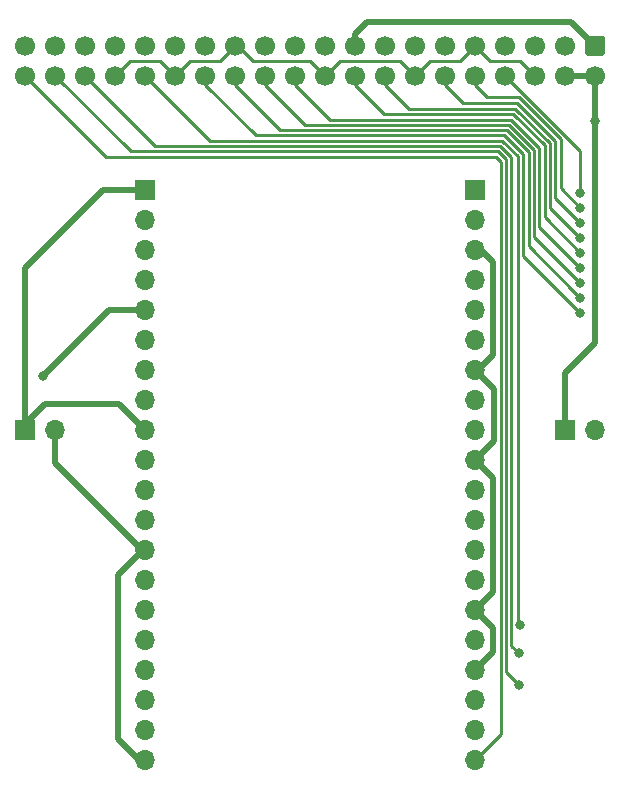
<source format=gbr>
%TF.GenerationSoftware,KiCad,Pcbnew,(5.1.9)-1*%
%TF.CreationDate,2022-01-20T21:52:33+09:00*%
%TF.ProjectId,pi-extend,70692d65-7874-4656-9e64-2e6b69636164,rev?*%
%TF.SameCoordinates,Original*%
%TF.FileFunction,Copper,L2,Bot*%
%TF.FilePolarity,Positive*%
%FSLAX46Y46*%
G04 Gerber Fmt 4.6, Leading zero omitted, Abs format (unit mm)*
G04 Created by KiCad (PCBNEW (5.1.9)-1) date 2022-01-20 21:52:33*
%MOMM*%
%LPD*%
G01*
G04 APERTURE LIST*
%TA.AperFunction,ComponentPad*%
%ADD10C,1.700000*%
%TD*%
%TA.AperFunction,ComponentPad*%
%ADD11R,1.700000X1.700000*%
%TD*%
%TA.AperFunction,ComponentPad*%
%ADD12O,1.700000X1.700000*%
%TD*%
%TA.AperFunction,ViaPad*%
%ADD13C,0.800000*%
%TD*%
%TA.AperFunction,Conductor*%
%ADD14C,0.250000*%
%TD*%
%TA.AperFunction,Conductor*%
%ADD15C,0.500000*%
%TD*%
G04 APERTURE END LIST*
D10*
%TO.P,J1,40*%
%TO.N,Net-(J1-Pad40)*%
X138684000Y-69088000D03*
%TO.P,J1,38*%
%TO.N,Net-(J1-Pad38)*%
X141224000Y-69088000D03*
%TO.P,J1,36*%
%TO.N,Net-(J1-Pad36)*%
X143764000Y-69088000D03*
%TO.P,J1,34*%
%TO.N,GND*%
X146304000Y-69088000D03*
%TO.P,J1,32*%
%TO.N,Net-(J1-Pad32)*%
X148844000Y-69088000D03*
%TO.P,J1,30*%
%TO.N,GND*%
X151384000Y-69088000D03*
%TO.P,J1,28*%
%TO.N,Net-(J1-Pad28)*%
X153924000Y-69088000D03*
%TO.P,J1,26*%
%TO.N,Net-(J1-Pad26)*%
X156464000Y-69088000D03*
%TO.P,J1,24*%
%TO.N,Net-(J1-Pad24)*%
X159004000Y-69088000D03*
%TO.P,J1,22*%
%TO.N,Net-(J1-Pad22)*%
X161544000Y-69088000D03*
%TO.P,J1,20*%
%TO.N,GND*%
X164084000Y-69088000D03*
%TO.P,J1,18*%
%TO.N,Net-(J1-Pad18)*%
X166624000Y-69088000D03*
%TO.P,J1,16*%
%TO.N,Net-(J1-Pad16)*%
X169164000Y-69088000D03*
%TO.P,J1,14*%
%TO.N,GND*%
X171704000Y-69088000D03*
%TO.P,J1,12*%
%TO.N,Net-(J1-Pad12)*%
X174244000Y-69088000D03*
%TO.P,J1,10*%
%TO.N,Net-(J1-Pad10)*%
X176784000Y-69088000D03*
%TO.P,J1,8*%
%TO.N,Net-(J1-Pad8)*%
X179324000Y-69088000D03*
%TO.P,J1,6*%
%TO.N,GND*%
X181864000Y-69088000D03*
%TO.P,J1,4*%
%TO.N,+5V*%
X184404000Y-69088000D03*
%TO.P,J1,2*%
X186944000Y-69088000D03*
%TO.P,J1,39*%
%TO.N,GND*%
X138684000Y-66548000D03*
%TO.P,J1,37*%
%TO.N,Net-(J1-Pad37)*%
X141224000Y-66548000D03*
%TO.P,J1,35*%
%TO.N,Net-(J1-Pad35)*%
X143764000Y-66548000D03*
%TO.P,J1,33*%
%TO.N,Net-(J1-Pad33)*%
X146304000Y-66548000D03*
%TO.P,J1,31*%
%TO.N,Net-(J1-Pad31)*%
X148844000Y-66548000D03*
%TO.P,J1,29*%
%TO.N,Net-(J1-Pad29)*%
X151384000Y-66548000D03*
%TO.P,J1,27*%
%TO.N,Net-(J1-Pad27)*%
X153924000Y-66548000D03*
%TO.P,J1,25*%
%TO.N,GND*%
X156464000Y-66548000D03*
%TO.P,J1,23*%
%TO.N,Net-(J1-Pad23)*%
X159004000Y-66548000D03*
%TO.P,J1,21*%
%TO.N,Net-(J1-Pad21)*%
X161544000Y-66548000D03*
%TO.P,J1,19*%
%TO.N,Net-(J1-Pad19)*%
X164084000Y-66548000D03*
%TO.P,J1,17*%
%TO.N,+3V3*%
X166624000Y-66548000D03*
%TO.P,J1,15*%
%TO.N,Net-(J1-Pad15)*%
X169164000Y-66548000D03*
%TO.P,J1,13*%
%TO.N,Net-(J1-Pad13)*%
X171704000Y-66548000D03*
%TO.P,J1,11*%
%TO.N,Net-(J1-Pad11)*%
X174244000Y-66548000D03*
%TO.P,J1,9*%
%TO.N,GND*%
X176784000Y-66548000D03*
%TO.P,J1,7*%
%TO.N,Net-(J1-Pad7)*%
X179324000Y-66548000D03*
%TO.P,J1,5*%
%TO.N,Net-(J1-Pad5)*%
X181864000Y-66548000D03*
%TO.P,J1,3*%
%TO.N,Net-(J1-Pad3)*%
X184404000Y-66548000D03*
%TO.P,J1,1*%
%TO.N,+3V3*%
%TA.AperFunction,ComponentPad*%
G36*
G01*
X186344000Y-65698000D02*
X187544000Y-65698000D01*
G75*
G02*
X187794000Y-65948000I0J-250000D01*
G01*
X187794000Y-67148000D01*
G75*
G02*
X187544000Y-67398000I-250000J0D01*
G01*
X186344000Y-67398000D01*
G75*
G02*
X186094000Y-67148000I0J250000D01*
G01*
X186094000Y-65948000D01*
G75*
G02*
X186344000Y-65698000I250000J0D01*
G01*
G37*
%TD.AperFunction*%
%TD*%
D11*
%TO.P,J2,1*%
%TO.N,+3V3*%
X148818600Y-78765400D03*
D12*
%TO.P,J2,2*%
%TO.N,Net-(J1-Pad3)*%
X148818600Y-81305400D03*
%TO.P,J2,3*%
%TO.N,Net-(J1-Pad5)*%
X148818600Y-83845400D03*
%TO.P,J2,4*%
%TO.N,Net-(J1-Pad7)*%
X148818600Y-86385400D03*
%TO.P,J2,5*%
%TO.N,GND*%
X148818600Y-88925400D03*
%TO.P,J2,6*%
%TO.N,Net-(J1-Pad11)*%
X148818600Y-91465400D03*
%TO.P,J2,7*%
%TO.N,Net-(J1-Pad13)*%
X148818600Y-94005400D03*
%TO.P,J2,8*%
%TO.N,Net-(J1-Pad15)*%
X148818600Y-96545400D03*
%TO.P,J2,9*%
%TO.N,+3V3*%
X148818600Y-99085400D03*
%TO.P,J2,10*%
%TO.N,Net-(J1-Pad19)*%
X148818600Y-101625400D03*
%TO.P,J2,11*%
%TO.N,Net-(J1-Pad21)*%
X148818600Y-104165400D03*
%TO.P,J2,12*%
%TO.N,Net-(J1-Pad23)*%
X148818600Y-106705400D03*
%TO.P,J2,13*%
%TO.N,GND*%
X148818600Y-109245400D03*
%TO.P,J2,14*%
%TO.N,Net-(J1-Pad27)*%
X148818600Y-111785400D03*
%TO.P,J2,15*%
%TO.N,Net-(J1-Pad29)*%
X148818600Y-114325400D03*
%TO.P,J2,16*%
%TO.N,Net-(J1-Pad31)*%
X148818600Y-116865400D03*
%TO.P,J2,17*%
%TO.N,Net-(J1-Pad33)*%
X148818600Y-119405400D03*
%TO.P,J2,18*%
%TO.N,Net-(J1-Pad35)*%
X148818600Y-121945400D03*
%TO.P,J2,19*%
%TO.N,Net-(J1-Pad37)*%
X148818600Y-124485400D03*
%TO.P,J2,20*%
%TO.N,GND*%
X148818600Y-127025400D03*
%TD*%
%TO.P,J3,20*%
%TO.N,Net-(J1-Pad40)*%
X176758600Y-127025400D03*
%TO.P,J3,19*%
%TO.N,Net-(J1-Pad38)*%
X176758600Y-124485400D03*
%TO.P,J3,18*%
%TO.N,Net-(J1-Pad36)*%
X176758600Y-121945400D03*
%TO.P,J3,17*%
%TO.N,GND*%
X176758600Y-119405400D03*
%TO.P,J3,16*%
%TO.N,Net-(J1-Pad32)*%
X176758600Y-116865400D03*
%TO.P,J3,15*%
%TO.N,GND*%
X176758600Y-114325400D03*
%TO.P,J3,14*%
%TO.N,Net-(J1-Pad28)*%
X176758600Y-111785400D03*
%TO.P,J3,13*%
%TO.N,Net-(J1-Pad26)*%
X176758600Y-109245400D03*
%TO.P,J3,12*%
%TO.N,Net-(J1-Pad24)*%
X176758600Y-106705400D03*
%TO.P,J3,11*%
%TO.N,Net-(J1-Pad22)*%
X176758600Y-104165400D03*
%TO.P,J3,10*%
%TO.N,GND*%
X176758600Y-101625400D03*
%TO.P,J3,9*%
%TO.N,Net-(J1-Pad18)*%
X176758600Y-99085400D03*
%TO.P,J3,8*%
%TO.N,Net-(J1-Pad16)*%
X176758600Y-96545400D03*
%TO.P,J3,7*%
%TO.N,GND*%
X176758600Y-94005400D03*
%TO.P,J3,6*%
%TO.N,Net-(J1-Pad12)*%
X176758600Y-91465400D03*
%TO.P,J3,5*%
%TO.N,Net-(J1-Pad10)*%
X176758600Y-88925400D03*
%TO.P,J3,4*%
%TO.N,Net-(J1-Pad8)*%
X176758600Y-86385400D03*
%TO.P,J3,3*%
%TO.N,GND*%
X176758600Y-83845400D03*
%TO.P,J3,2*%
%TO.N,+5V*%
X176758600Y-81305400D03*
D11*
%TO.P,J3,1*%
X176758600Y-78765400D03*
%TD*%
%TO.P,J4,1*%
%TO.N,+3V3*%
X138684000Y-99060000D03*
D12*
%TO.P,J4,2*%
%TO.N,GND*%
X141224000Y-99060000D03*
%TD*%
D11*
%TO.P,J5,1*%
%TO.N,+5V*%
X184404000Y-99060000D03*
D12*
%TO.P,J5,2*%
%TO.N,GND*%
X186944000Y-99060000D03*
%TD*%
D13*
%TO.N,Net-(J1-Pad8)*%
X185674000Y-78994000D03*
%TO.N,Net-(J1-Pad10)*%
X185674000Y-80264000D03*
%TO.N,Net-(J1-Pad12)*%
X185645498Y-81534000D03*
%TO.N,Net-(J1-Pad16)*%
X185674000Y-82804000D03*
%TO.N,Net-(J1-Pad18)*%
X185674000Y-84074000D03*
%TO.N,Net-(J1-Pad22)*%
X185673986Y-85344000D03*
%TO.N,Net-(J1-Pad24)*%
X185674000Y-86614000D03*
%TO.N,Net-(J1-Pad26)*%
X185674000Y-87884010D03*
%TO.N,Net-(J1-Pad28)*%
X185674010Y-89154000D03*
%TO.N,Net-(J1-Pad32)*%
X180593682Y-115570000D03*
%TO.N,Net-(J1-Pad36)*%
X180467002Y-117983000D03*
%TO.N,Net-(J1-Pad38)*%
X180467000Y-120650006D03*
%TO.N,+5V*%
X186944000Y-72898000D03*
%TO.N,GND*%
X140207997Y-94487997D03*
%TD*%
D14*
%TO.N,Net-(J1-Pad8)*%
X179324000Y-69088000D02*
X179324000Y-69596000D01*
X185674000Y-75438000D02*
X185674000Y-78994000D01*
X179324000Y-69088000D02*
X185674000Y-75438000D01*
%TO.N,Net-(J1-Pad10)*%
X176784000Y-69088000D02*
X177292000Y-69088000D01*
X176784000Y-69088000D02*
X176784000Y-69469000D01*
X184023000Y-78613000D02*
X185674000Y-80264000D01*
X184023000Y-74423410D02*
X184023000Y-78613000D01*
X180465590Y-70866000D02*
X184023000Y-74423410D01*
X177800000Y-70866000D02*
X180465590Y-70866000D01*
X176784000Y-69850000D02*
X177800000Y-70866000D01*
X176784000Y-69088000D02*
X176784000Y-69850000D01*
%TO.N,Net-(J1-Pad12)*%
X174244000Y-69088000D02*
X174244000Y-69469000D01*
X183572989Y-74609809D02*
X183572989Y-79461491D01*
X183572989Y-79461491D02*
X185645498Y-81534000D01*
X180337180Y-71374000D02*
X183572989Y-74609809D01*
X175768000Y-71374000D02*
X180337180Y-71374000D01*
X174244000Y-69850000D02*
X175768000Y-71374000D01*
X174244000Y-69088000D02*
X174244000Y-69850000D01*
%TO.N,Net-(J1-Pad16)*%
X169164000Y-69088000D02*
X169164000Y-69469000D01*
X183122978Y-80252978D02*
X185674000Y-82804000D01*
X183122978Y-74796209D02*
X183122978Y-80252978D01*
X180208769Y-71882000D02*
X183122978Y-74796209D01*
X171196000Y-71882000D02*
X180208769Y-71882000D01*
X169164000Y-69850000D02*
X171196000Y-71882000D01*
X169164000Y-69088000D02*
X169164000Y-69850000D01*
%TO.N,Net-(J1-Pad18)*%
X166624000Y-69088000D02*
X166624000Y-69469000D01*
X182672967Y-81072967D02*
X185674000Y-84074000D01*
X180022370Y-72332011D02*
X182672967Y-74982608D01*
X182672967Y-74982608D02*
X182672967Y-81072967D01*
X169106011Y-72332011D02*
X180022370Y-72332011D01*
X166624000Y-69850000D02*
X169106011Y-72332011D01*
X166624000Y-69088000D02*
X166624000Y-69850000D01*
%TO.N,Net-(J1-Pad22)*%
X182222956Y-81892970D02*
X185673986Y-85344000D01*
X182222956Y-75169007D02*
X182222956Y-81892970D01*
X179835971Y-72782022D02*
X182222956Y-75169007D01*
X164476022Y-72782022D02*
X179835971Y-72782022D01*
X161544000Y-69850000D02*
X164476022Y-72782022D01*
X161544000Y-69088000D02*
X161544000Y-69850000D01*
%TO.N,Net-(J1-Pad24)*%
X181772945Y-82712945D02*
X185674000Y-86614000D01*
X181772945Y-75355407D02*
X181772945Y-82712945D01*
X179649571Y-73232033D02*
X181772945Y-75355407D01*
X162386033Y-73232033D02*
X179649571Y-73232033D01*
X159004000Y-69850000D02*
X162386033Y-73232033D01*
X159004000Y-69088000D02*
X159004000Y-69850000D01*
%TO.N,Net-(J1-Pad26)*%
X181322934Y-83532944D02*
X185274001Y-87484011D01*
X181322934Y-75541807D02*
X181322934Y-83532944D01*
X179463171Y-73682044D02*
X181322934Y-75541807D01*
X185274001Y-87484011D02*
X185674000Y-87884010D01*
X160296044Y-73682044D02*
X179463171Y-73682044D01*
X156464000Y-69850000D02*
X160296044Y-73682044D01*
X156464000Y-69088000D02*
X156464000Y-69850000D01*
%TO.N,Net-(J1-Pad28)*%
X185274011Y-88754001D02*
X185674010Y-89154000D01*
X180872923Y-84352913D02*
X185274011Y-88754001D01*
X180872923Y-75728207D02*
X180872923Y-84352913D01*
X179276771Y-74132055D02*
X180872923Y-75728207D01*
X158206055Y-74132055D02*
X179276771Y-74132055D01*
X153924000Y-69850000D02*
X158206055Y-74132055D01*
X153924000Y-69088000D02*
X153924000Y-69850000D01*
%TO.N,Net-(J1-Pad32)*%
X148844000Y-69088000D02*
X148844000Y-69278500D01*
X148844000Y-69088000D02*
X154338066Y-74582066D01*
X154338066Y-74582066D02*
X179090371Y-74582066D01*
X180403341Y-75895036D02*
X180403341Y-115379659D01*
X180403341Y-115379659D02*
X180593682Y-115570000D01*
X179090371Y-74582066D02*
X180403341Y-75895036D01*
%TO.N,Net-(J1-Pad36)*%
X179846007Y-117362005D02*
X180467002Y-117983000D01*
X179846007Y-75974113D02*
X179846007Y-117362005D01*
X149708077Y-75032077D02*
X178903971Y-75032077D01*
X143764000Y-69088000D02*
X149708077Y-75032077D01*
X178903971Y-75032077D02*
X179846007Y-75974113D01*
%TO.N,Net-(J1-Pad38)*%
X141224000Y-69088000D02*
X147618088Y-75482088D01*
X179395996Y-119579002D02*
X180067001Y-120250007D01*
X180067001Y-120250007D02*
X180467000Y-120650006D01*
X179395996Y-76160518D02*
X179395996Y-119579002D01*
X178717566Y-75482088D02*
X179395996Y-76160518D01*
X147618088Y-75482088D02*
X178717566Y-75482088D01*
%TO.N,Net-(J1-Pad40)*%
X177608599Y-126175401D02*
X176758600Y-127025400D01*
X178945985Y-124838015D02*
X177608599Y-126175401D01*
X178945985Y-76346918D02*
X178945985Y-124838015D01*
X138684000Y-69088000D02*
X145528099Y-75932099D01*
X178531167Y-75932099D02*
X178945985Y-76346918D01*
X145528099Y-75932099D02*
X178531167Y-75932099D01*
D15*
%TO.N,+3V3*%
X138684000Y-85344000D02*
X138684000Y-99060000D01*
X145262600Y-78765400D02*
X138684000Y-85344000D01*
X148818600Y-78765400D02*
X145262600Y-78765400D01*
X184912000Y-64516000D02*
X186944000Y-66548000D01*
X167640000Y-64516000D02*
X184912000Y-64516000D01*
X166624000Y-65532000D02*
X167640000Y-64516000D01*
X166624000Y-66548000D02*
X166624000Y-65532000D01*
X146634200Y-96901000D02*
X148818600Y-99085400D01*
X140335000Y-96901000D02*
X146634200Y-96901000D01*
X138684000Y-98552000D02*
X140335000Y-96901000D01*
X138684000Y-99060000D02*
X138684000Y-98552000D01*
%TO.N,+5V*%
X184404000Y-69088000D02*
X186944000Y-69088000D01*
X186944000Y-68580000D02*
X186944000Y-72898000D01*
X186944000Y-91694000D02*
X186944000Y-72898000D01*
X184404000Y-94234000D02*
X186944000Y-91694000D01*
X184404000Y-99060000D02*
X184404000Y-94234000D01*
D14*
%TO.N,GND*%
X162814000Y-67818000D02*
X164084000Y-69088000D01*
X158007499Y-67818000D02*
X162814000Y-67818000D01*
X156737499Y-66548000D02*
X158007499Y-67818000D01*
X156464000Y-66548000D02*
X156737499Y-66548000D01*
X155194000Y-67818000D02*
X156464000Y-66548000D01*
X152654000Y-67818000D02*
X155194000Y-67818000D01*
X151384000Y-69088000D02*
X152654000Y-67818000D01*
X150114000Y-67818000D02*
X151384000Y-69088000D01*
X147574000Y-67818000D02*
X150114000Y-67818000D01*
X146304000Y-69088000D02*
X147574000Y-67818000D01*
X170434000Y-67818000D02*
X171704000Y-69088000D01*
X165354000Y-67818000D02*
X170434000Y-67818000D01*
X164084000Y-69088000D02*
X165354000Y-67818000D01*
X180594000Y-67818000D02*
X181864000Y-69088000D01*
X178054000Y-67818000D02*
X180594000Y-67818000D01*
X176784000Y-66548000D02*
X178054000Y-67818000D01*
X175514000Y-67818000D02*
X176784000Y-66548000D01*
X172974000Y-67818000D02*
X175514000Y-67818000D01*
X171704000Y-69088000D02*
X172974000Y-67818000D01*
D15*
X148361400Y-127025400D02*
X148818600Y-127025400D01*
X146558000Y-125222000D02*
X148361400Y-127025400D01*
X146558000Y-111379000D02*
X146558000Y-125222000D01*
X148691600Y-109245400D02*
X146558000Y-111379000D01*
X148818600Y-109245400D02*
X148691600Y-109245400D01*
X177012600Y-94005400D02*
X176758600Y-94005400D01*
X178308000Y-92710000D02*
X177012600Y-94005400D01*
X178308000Y-84836000D02*
X178308000Y-92710000D01*
X177317400Y-83845400D02*
X178308000Y-84836000D01*
X176758600Y-83845400D02*
X177317400Y-83845400D01*
X148615400Y-109245400D02*
X148818600Y-109245400D01*
X141224000Y-101854000D02*
X148615400Y-109245400D01*
X141224000Y-99060000D02*
X141224000Y-101854000D01*
X140208003Y-94487997D02*
X140207997Y-94487997D01*
X145770600Y-88925400D02*
X140208003Y-94487997D01*
X148818600Y-88925400D02*
X145770600Y-88925400D01*
X176758600Y-114325400D02*
X178266965Y-115833765D01*
X178266965Y-117897035D02*
X176758600Y-119405400D01*
X178266965Y-115833765D02*
X178266965Y-117897035D01*
X178370974Y-100013026D02*
X176758600Y-101625400D01*
X176758600Y-94005400D02*
X178370974Y-95617774D01*
X178370974Y-95617774D02*
X178370974Y-100013026D01*
X178308000Y-112776000D02*
X176758600Y-114325400D01*
X178308000Y-103174800D02*
X178308000Y-112776000D01*
X176758600Y-101625400D02*
X178308000Y-103174800D01*
%TD*%
M02*

</source>
